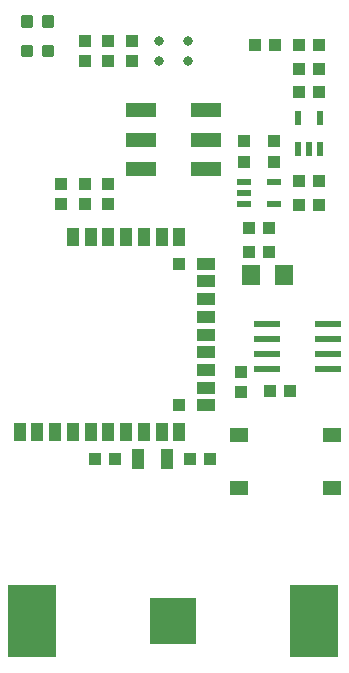
<source format=gtp>
G75*
%MOIN*%
%OFA0B0*%
%FSLAX25Y25*%
%IPPOS*%
%LPD*%
%AMOC8*
5,1,8,0,0,1.08239X$1,22.5*
%
%ADD10C,0.01181*%
%ADD11R,0.04331X0.03937*%
%ADD12R,0.07000X0.10000*%
%ADD13R,0.16000X0.24000*%
%ADD14R,0.15748X0.15748*%
%ADD15R,0.06299X0.07087*%
%ADD16R,0.03937X0.04331*%
%ADD17R,0.04724X0.02165*%
%ADD18R,0.04331X0.06693*%
%ADD19R,0.03937X0.05906*%
%ADD20R,0.05906X0.03937*%
%ADD21R,0.03937X0.03937*%
%ADD22R,0.02165X0.04724*%
%ADD23C,0.03150*%
%ADD24R,0.05906X0.05118*%
%ADD25R,0.09843X0.04724*%
%ADD26R,0.08661X0.02362*%
D10*
X0032079Y0264177D02*
X0032079Y0266933D01*
X0032079Y0264177D02*
X0029323Y0264177D01*
X0029323Y0266933D01*
X0032079Y0266933D01*
X0032079Y0265357D02*
X0029323Y0265357D01*
X0029323Y0266537D02*
X0032079Y0266537D01*
X0038985Y0266933D02*
X0038985Y0264177D01*
X0036229Y0264177D01*
X0036229Y0266933D01*
X0038985Y0266933D01*
X0038985Y0265357D02*
X0036229Y0265357D01*
X0036229Y0266537D02*
X0038985Y0266537D01*
X0038985Y0274020D02*
X0038985Y0276776D01*
X0038985Y0274020D02*
X0036229Y0274020D01*
X0036229Y0276776D01*
X0038985Y0276776D01*
X0038985Y0275200D02*
X0036229Y0275200D01*
X0036229Y0276380D02*
X0038985Y0276380D01*
X0032079Y0276776D02*
X0032079Y0274020D01*
X0029323Y0274020D01*
X0029323Y0276776D01*
X0032079Y0276776D01*
X0032079Y0275200D02*
X0029323Y0275200D01*
X0029323Y0276380D02*
X0032079Y0276380D01*
D11*
X0049902Y0268902D03*
X0049902Y0262209D03*
X0057776Y0262209D03*
X0057776Y0268902D03*
X0057776Y0221165D03*
X0057776Y0214472D03*
X0042028Y0214472D03*
X0042028Y0221165D03*
X0053445Y0129728D03*
X0060138Y0129728D03*
X0084941Y0129728D03*
X0091634Y0129728D03*
X0111516Y0152366D03*
X0118209Y0152366D03*
X0111319Y0198626D03*
X0111319Y0206500D03*
X0104626Y0206500D03*
X0104626Y0198626D03*
X0121359Y0259650D03*
X0128052Y0259650D03*
X0113288Y0267524D03*
X0106595Y0267524D03*
D12*
X0036122Y0069492D03*
X0036122Y0081697D03*
X0122737Y0081697D03*
X0122737Y0069492D03*
D13*
X0126430Y0075594D03*
X0032430Y0075594D03*
D14*
X0079430Y0075594D03*
D15*
X0105414Y0190752D03*
X0116437Y0190752D03*
D16*
X0121359Y0214374D03*
X0121359Y0222248D03*
X0128052Y0222248D03*
X0128052Y0214374D03*
X0112894Y0228744D03*
X0112894Y0235437D03*
X0121359Y0251776D03*
X0128052Y0251776D03*
X0128052Y0267524D03*
X0121359Y0267524D03*
X0103052Y0235437D03*
X0103052Y0228744D03*
X0065650Y0262209D03*
X0065650Y0268902D03*
X0049902Y0221165D03*
X0049902Y0214472D03*
X0102067Y0158665D03*
X0102067Y0151972D03*
D17*
X0102855Y0214571D03*
X0102855Y0218311D03*
X0102855Y0222051D03*
X0113091Y0222051D03*
X0113091Y0214571D03*
D18*
X0077461Y0129728D03*
X0067619Y0129728D03*
D19*
X0069587Y0138587D03*
X0063682Y0138587D03*
X0057776Y0138587D03*
X0051870Y0138587D03*
X0045965Y0138587D03*
X0040059Y0138587D03*
X0034154Y0138587D03*
X0028248Y0138587D03*
X0045965Y0203547D03*
X0051870Y0203547D03*
X0057776Y0203547D03*
X0063682Y0203547D03*
X0069587Y0203547D03*
X0075493Y0203547D03*
X0081398Y0203547D03*
X0081398Y0138587D03*
X0075493Y0138587D03*
D20*
X0090256Y0147445D03*
X0090256Y0153350D03*
X0090256Y0159256D03*
X0090256Y0165161D03*
X0090256Y0171067D03*
X0090256Y0176972D03*
X0090256Y0182878D03*
X0090256Y0188783D03*
X0090256Y0194689D03*
D21*
X0081398Y0194689D03*
X0081398Y0147445D03*
D22*
X0120965Y0232878D03*
X0124705Y0232878D03*
X0128445Y0232878D03*
X0128445Y0243114D03*
X0120965Y0243114D03*
D23*
X0084272Y0262209D03*
X0084272Y0268902D03*
X0074587Y0268902D03*
X0074587Y0262209D03*
D24*
X0101280Y0137602D03*
X0101280Y0119886D03*
X0132382Y0119886D03*
X0132382Y0137602D03*
D25*
X0090256Y0226185D03*
X0090256Y0236028D03*
X0090256Y0245870D03*
X0068603Y0245870D03*
X0068603Y0236028D03*
X0068603Y0226185D03*
D26*
X0110532Y0174630D03*
X0110532Y0169630D03*
X0110532Y0164630D03*
X0110532Y0159630D03*
X0131004Y0159630D03*
X0131004Y0164630D03*
X0131004Y0169630D03*
X0131004Y0174630D03*
M02*

</source>
